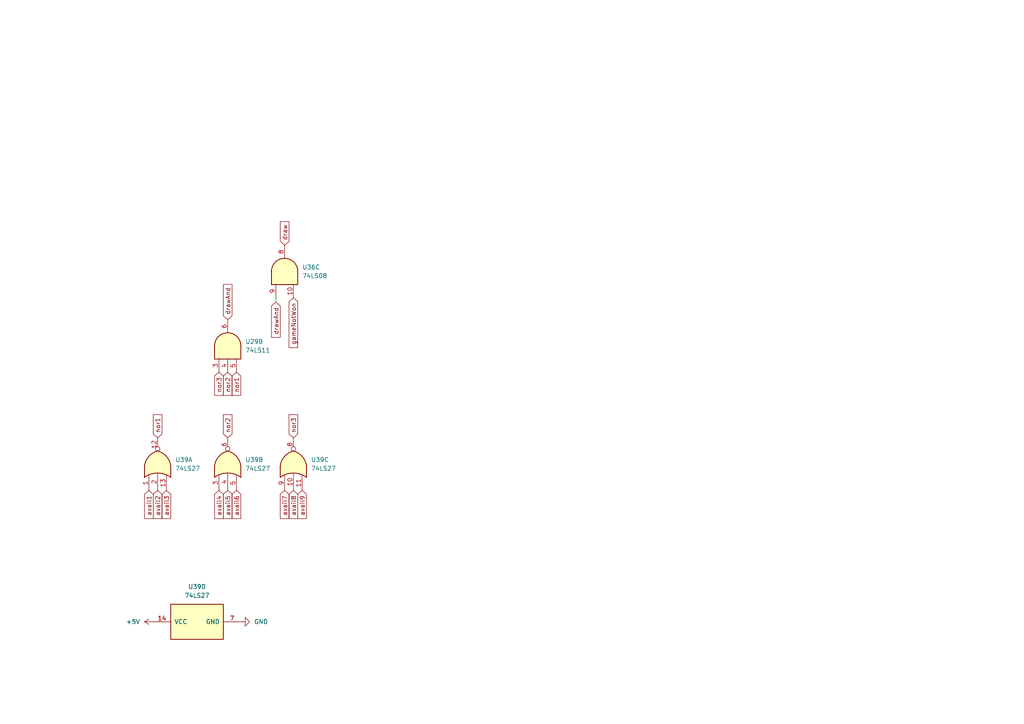
<source format=kicad_sch>
(kicad_sch
	(version 20250114)
	(generator "eeschema")
	(generator_version "9.0")
	(uuid "b580bab6-9cdb-462a-8f83-057530a239a7")
	(paper "A4")
	(lib_symbols
		(symbol "74xx:74LS08"
			(pin_names
				(offset 1.016)
			)
			(exclude_from_sim no)
			(in_bom yes)
			(on_board yes)
			(property "Reference" "U"
				(at 0 1.27 0)
				(effects
					(font
						(size 1.27 1.27)
					)
				)
			)
			(property "Value" "74LS08"
				(at 0 -1.27 0)
				(effects
					(font
						(size 1.27 1.27)
					)
				)
			)
			(property "Footprint" ""
				(at 0 0 0)
				(effects
					(font
						(size 1.27 1.27)
					)
					(hide yes)
				)
			)
			(property "Datasheet" "http://www.ti.com/lit/gpn/sn74LS08"
				(at 0 0 0)
				(effects
					(font
						(size 1.27 1.27)
					)
					(hide yes)
				)
			)
			(property "Description" "Quad And2"
				(at 0 0 0)
				(effects
					(font
						(size 1.27 1.27)
					)
					(hide yes)
				)
			)
			(property "ki_locked" ""
				(at 0 0 0)
				(effects
					(font
						(size 1.27 1.27)
					)
				)
			)
			(property "ki_keywords" "TTL and2"
				(at 0 0 0)
				(effects
					(font
						(size 1.27 1.27)
					)
					(hide yes)
				)
			)
			(property "ki_fp_filters" "DIP*W7.62mm*"
				(at 0 0 0)
				(effects
					(font
						(size 1.27 1.27)
					)
					(hide yes)
				)
			)
			(symbol "74LS08_1_1"
				(arc
					(start 0 3.81)
					(mid 3.7934 0)
					(end 0 -3.81)
					(stroke
						(width 0.254)
						(type default)
					)
					(fill
						(type background)
					)
				)
				(polyline
					(pts
						(xy 0 3.81) (xy -3.81 3.81) (xy -3.81 -3.81) (xy 0 -3.81)
					)
					(stroke
						(width 0.254)
						(type default)
					)
					(fill
						(type background)
					)
				)
				(pin input line
					(at -7.62 2.54 0)
					(length 3.81)
					(name "~"
						(effects
							(font
								(size 1.27 1.27)
							)
						)
					)
					(number "1"
						(effects
							(font
								(size 1.27 1.27)
							)
						)
					)
				)
				(pin input line
					(at -7.62 -2.54 0)
					(length 3.81)
					(name "~"
						(effects
							(font
								(size 1.27 1.27)
							)
						)
					)
					(number "2"
						(effects
							(font
								(size 1.27 1.27)
							)
						)
					)
				)
				(pin output line
					(at 7.62 0 180)
					(length 3.81)
					(name "~"
						(effects
							(font
								(size 1.27 1.27)
							)
						)
					)
					(number "3"
						(effects
							(font
								(size 1.27 1.27)
							)
						)
					)
				)
			)
			(symbol "74LS08_1_2"
				(arc
					(start -3.81 3.81)
					(mid -2.589 0)
					(end -3.81 -3.81)
					(stroke
						(width 0.254)
						(type default)
					)
					(fill
						(type none)
					)
				)
				(polyline
					(pts
						(xy -3.81 3.81) (xy -0.635 3.81)
					)
					(stroke
						(width 0.254)
						(type default)
					)
					(fill
						(type background)
					)
				)
				(polyline
					(pts
						(xy -3.81 -3.81) (xy -0.635 -3.81)
					)
					(stroke
						(width 0.254)
						(type default)
					)
					(fill
						(type background)
					)
				)
				(arc
					(start 3.81 0)
					(mid 2.1855 -2.584)
					(end -0.6096 -3.81)
					(stroke
						(width 0.254)
						(type default)
					)
					(fill
						(type background)
					)
				)
				(arc
					(start -0.6096 3.81)
					(mid 2.1928 2.5924)
					(end 3.81 0)
					(stroke
						(width 0.254)
						(type default)
					)
					(fill
						(type background)
					)
				)
				(polyline
					(pts
						(xy -0.635 3.81) (xy -3.81 3.81) (xy -3.81 3.81) (xy -3.556 3.4036) (xy -3.0226 2.2606) (xy -2.6924 1.0414)
						(xy -2.6162 -0.254) (xy -2.7686 -1.4986) (xy -3.175 -2.7178) (xy -3.81 -3.81) (xy -3.81 -3.81)
						(xy -0.635 -3.81)
					)
					(stroke
						(width -25.4)
						(type default)
					)
					(fill
						(type background)
					)
				)
				(pin input inverted
					(at -7.62 2.54 0)
					(length 4.318)
					(name "~"
						(effects
							(font
								(size 1.27 1.27)
							)
						)
					)
					(number "1"
						(effects
							(font
								(size 1.27 1.27)
							)
						)
					)
				)
				(pin input inverted
					(at -7.62 -2.54 0)
					(length 4.318)
					(name "~"
						(effects
							(font
								(size 1.27 1.27)
							)
						)
					)
					(number "2"
						(effects
							(font
								(size 1.27 1.27)
							)
						)
					)
				)
				(pin output inverted
					(at 7.62 0 180)
					(length 3.81)
					(name "~"
						(effects
							(font
								(size 1.27 1.27)
							)
						)
					)
					(number "3"
						(effects
							(font
								(size 1.27 1.27)
							)
						)
					)
				)
			)
			(symbol "74LS08_2_1"
				(arc
					(start 0 3.81)
					(mid 3.7934 0)
					(end 0 -3.81)
					(stroke
						(width 0.254)
						(type default)
					)
					(fill
						(type background)
					)
				)
				(polyline
					(pts
						(xy 0 3.81) (xy -3.81 3.81) (xy -3.81 -3.81) (xy 0 -3.81)
					)
					(stroke
						(width 0.254)
						(type default)
					)
					(fill
						(type background)
					)
				)
				(pin input line
					(at -7.62 2.54 0)
					(length 3.81)
					(name "~"
						(effects
							(font
								(size 1.27 1.27)
							)
						)
					)
					(number "4"
						(effects
							(font
								(size 1.27 1.27)
							)
						)
					)
				)
				(pin input line
					(at -7.62 -2.54 0)
					(length 3.81)
					(name "~"
						(effects
							(font
								(size 1.27 1.27)
							)
						)
					)
					(number "5"
						(effects
							(font
								(size 1.27 1.27)
							)
						)
					)
				)
				(pin output line
					(at 7.62 0 180)
					(length 3.81)
					(name "~"
						(effects
							(font
								(size 1.27 1.27)
							)
						)
					)
					(number "6"
						(effects
							(font
								(size 1.27 1.27)
							)
						)
					)
				)
			)
			(symbol "74LS08_2_2"
				(arc
					(start -3.81 3.81)
					(mid -2.589 0)
					(end -3.81 -3.81)
					(stroke
						(width 0.254)
						(type default)
					)
					(fill
						(type none)
					)
				)
				(polyline
					(pts
						(xy -3.81 3.81) (xy -0.635 3.81)
					)
					(stroke
						(width 0.254)
						(type default)
					)
					(fill
						(type background)
					)
				)
				(polyline
					(pts
						(xy -3.81 -3.81) (xy -0.635 -3.81)
					)
					(stroke
						(width 0.254)
						(type default)
					)
					(fill
						(type background)
					)
				)
				(arc
					(start 3.81 0)
					(mid 2.1855 -2.584)
					(end -0.6096 -3.81)
					(stroke
						(width 0.254)
						(type default)
					)
					(fill
						(type background)
					)
				)
				(arc
					(start -0.6096 3.81)
					(mid 2.1928 2.5924)
					(end 3.81 0)
					(stroke
						(width 0.254)
						(type default)
					)
					(fill
						(type background)
					)
				)
				(polyline
					(pts
						(xy -0.635 3.81) (xy -3.81 3.81) (xy -3.81 3.81) (xy -3.556 3.4036) (xy -3.0226 2.2606) (xy -2.6924 1.0414)
						(xy -2.6162 -0.254) (xy -2.7686 -1.4986) (xy -3.175 -2.7178) (xy -3.81 -3.81) (xy -3.81 -3.81)
						(xy -0.635 -3.81)
					)
					(stroke
						(width -25.4)
						(type default)
					)
					(fill
						(type background)
					)
				)
				(pin input inverted
					(at -7.62 2.54 0)
					(length 4.318)
					(name "~"
						(effects
							(font
								(size 1.27 1.27)
							)
						)
					)
					(number "4"
						(effects
							(font
								(size 1.27 1.27)
							)
						)
					)
				)
				(pin input inverted
					(at -7.62 -2.54 0)
					(length 4.318)
					(name "~"
						(effects
							(font
								(size 1.27 1.27)
							)
						)
					)
					(number "5"
						(effects
							(font
								(size 1.27 1.27)
							)
						)
					)
				)
				(pin output inverted
					(at 7.62 0 180)
					(length 3.81)
					(name "~"
						(effects
							(font
								(size 1.27 1.27)
							)
						)
					)
					(number "6"
						(effects
							(font
								(size 1.27 1.27)
							)
						)
					)
				)
			)
			(symbol "74LS08_3_1"
				(arc
					(start 0 3.81)
					(mid 3.7934 0)
					(end 0 -3.81)
					(stroke
						(width 0.254)
						(type default)
					)
					(fill
						(type background)
					)
				)
				(polyline
					(pts
						(xy 0 3.81) (xy -3.81 3.81) (xy -3.81 -3.81) (xy 0 -3.81)
					)
					(stroke
						(width 0.254)
						(type default)
					)
					(fill
						(type background)
					)
				)
				(pin input line
					(at -7.62 2.54 0)
					(length 3.81)
					(name "~"
						(effects
							(font
								(size 1.27 1.27)
							)
						)
					)
					(number "9"
						(effects
							(font
								(size 1.27 1.27)
							)
						)
					)
				)
				(pin input line
					(at -7.62 -2.54 0)
					(length 3.81)
					(name "~"
						(effects
							(font
								(size 1.27 1.27)
							)
						)
					)
					(number "10"
						(effects
							(font
								(size 1.27 1.27)
							)
						)
					)
				)
				(pin output line
					(at 7.62 0 180)
					(length 3.81)
					(name "~"
						(effects
							(font
								(size 1.27 1.27)
							)
						)
					)
					(number "8"
						(effects
							(font
								(size 1.27 1.27)
							)
						)
					)
				)
			)
			(symbol "74LS08_3_2"
				(arc
					(start -3.81 3.81)
					(mid -2.589 0)
					(end -3.81 -3.81)
					(stroke
						(width 0.254)
						(type default)
					)
					(fill
						(type none)
					)
				)
				(polyline
					(pts
						(xy -3.81 3.81) (xy -0.635 3.81)
					)
					(stroke
						(width 0.254)
						(type default)
					)
					(fill
						(type background)
					)
				)
				(polyline
					(pts
						(xy -3.81 -3.81) (xy -0.635 -3.81)
					)
					(stroke
						(width 0.254)
						(type default)
					)
					(fill
						(type background)
					)
				)
				(arc
					(start 3.81 0)
					(mid 2.1855 -2.584)
					(end -0.6096 -3.81)
					(stroke
						(width 0.254)
						(type default)
					)
					(fill
						(type background)
					)
				)
				(arc
					(start -0.6096 3.81)
					(mid 2.1928 2.5924)
					(end 3.81 0)
					(stroke
						(width 0.254)
						(type default)
					)
					(fill
						(type background)
					)
				)
				(polyline
					(pts
						(xy -0.635 3.81) (xy -3.81 3.81) (xy -3.81 3.81) (xy -3.556 3.4036) (xy -3.0226 2.2606) (xy -2.6924 1.0414)
						(xy -2.6162 -0.254) (xy -2.7686 -1.4986) (xy -3.175 -2.7178) (xy -3.81 -3.81) (xy -3.81 -3.81)
						(xy -0.635 -3.81)
					)
					(stroke
						(width -25.4)
						(type default)
					)
					(fill
						(type background)
					)
				)
				(pin input inverted
					(at -7.62 2.54 0)
					(length 4.318)
					(name "~"
						(effects
							(font
								(size 1.27 1.27)
							)
						)
					)
					(number "9"
						(effects
							(font
								(size 1.27 1.27)
							)
						)
					)
				)
				(pin input inverted
					(at -7.62 -2.54 0)
					(length 4.318)
					(name "~"
						(effects
							(font
								(size 1.27 1.27)
							)
						)
					)
					(number "10"
						(effects
							(font
								(size 1.27 1.27)
							)
						)
					)
				)
				(pin output inverted
					(at 7.62 0 180)
					(length 3.81)
					(name "~"
						(effects
							(font
								(size 1.27 1.27)
							)
						)
					)
					(number "8"
						(effects
							(font
								(size 1.27 1.27)
							)
						)
					)
				)
			)
			(symbol "74LS08_4_1"
				(arc
					(start 0 3.81)
					(mid 3.7934 0)
					(end 0 -3.81)
					(stroke
						(width 0.254)
						(type default)
					)
					(fill
						(type background)
					)
				)
				(polyline
					(pts
						(xy 0 3.81) (xy -3.81 3.81) (xy -3.81 -3.81) (xy 0 -3.81)
					)
					(stroke
						(width 0.254)
						(type default)
					)
					(fill
						(type background)
					)
				)
				(pin input line
					(at -7.62 2.54 0)
					(length 3.81)
					(name "~"
						(effects
							(font
								(size 1.27 1.27)
							)
						)
					)
					(number "12"
						(effects
							(font
								(size 1.27 1.27)
							)
						)
					)
				)
				(pin input line
					(at -7.62 -2.54 0)
					(length 3.81)
					(name "~"
						(effects
							(font
								(size 1.27 1.27)
							)
						)
					)
					(number "13"
						(effects
							(font
								(size 1.27 1.27)
							)
						)
					)
				)
				(pin output line
					(at 7.62 0 180)
					(length 3.81)
					(name "~"
						(effects
							(font
								(size 1.27 1.27)
							)
						)
					)
					(number "11"
						(effects
							(font
								(size 1.27 1.27)
							)
						)
					)
				)
			)
			(symbol "74LS08_4_2"
				(arc
					(start -3.81 3.81)
					(mid -2.589 0)
					(end -3.81 -3.81)
					(stroke
						(width 0.254)
						(type default)
					)
					(fill
						(type none)
					)
				)
				(polyline
					(pts
						(xy -3.81 3.81) (xy -0.635 3.81)
					)
					(stroke
						(width 0.254)
						(type default)
					)
					(fill
						(type background)
					)
				)
				(polyline
					(pts
						(xy -3.81 -3.81) (xy -0.635 -3.81)
					)
					(stroke
						(width 0.254)
						(type default)
					)
					(fill
						(type background)
					)
				)
				(arc
					(start 3.81 0)
					(mid 2.1855 -2.584)
					(end -0.6096 -3.81)
					(stroke
						(width 0.254)
						(type default)
					)
					(fill
						(type background)
					)
				)
				(arc
					(start -0.6096 3.81)
					(mid 2.1928 2.5924)
					(end 3.81 0)
					(stroke
						(width 0.254)
						(type default)
					)
					(fill
						(type background)
					)
				)
				(polyline
					(pts
						(xy -0.635 3.81) (xy -3.81 3.81) (xy -3.81 3.81) (xy -3.556 3.4036) (xy -3.0226 2.2606) (xy -2.6924 1.0414)
						(xy -2.6162 -0.254) (xy -2.7686 -1.4986) (xy -3.175 -2.7178) (xy -3.81 -3.81) (xy -3.81 -3.81)
						(xy -0.635 -3.81)
					)
					(stroke
						(width -25.4)
						(type default)
					)
					(fill
						(type background)
					)
				)
				(pin input inverted
					(at -7.62 2.54 0)
					(length 4.318)
					(name "~"
						(effects
							(font
								(size 1.27 1.27)
							)
						)
					)
					(number "12"
						(effects
							(font
								(size 1.27 1.27)
							)
						)
					)
				)
				(pin input inverted
					(at -7.62 -2.54 0)
					(length 4.318)
					(name "~"
						(effects
							(font
								(size 1.27 1.27)
							)
						)
					)
					(number "13"
						(effects
							(font
								(size 1.27 1.27)
							)
						)
					)
				)
				(pin output inverted
					(at 7.62 0 180)
					(length 3.81)
					(name "~"
						(effects
							(font
								(size 1.27 1.27)
							)
						)
					)
					(number "11"
						(effects
							(font
								(size 1.27 1.27)
							)
						)
					)
				)
			)
			(symbol "74LS08_5_0"
				(pin power_in line
					(at 0 12.7 270)
					(length 5.08)
					(name "VCC"
						(effects
							(font
								(size 1.27 1.27)
							)
						)
					)
					(number "14"
						(effects
							(font
								(size 1.27 1.27)
							)
						)
					)
				)
				(pin power_in line
					(at 0 -12.7 90)
					(length 5.08)
					(name "GND"
						(effects
							(font
								(size 1.27 1.27)
							)
						)
					)
					(number "7"
						(effects
							(font
								(size 1.27 1.27)
							)
						)
					)
				)
			)
			(symbol "74LS08_5_1"
				(rectangle
					(start -5.08 7.62)
					(end 5.08 -7.62)
					(stroke
						(width 0.254)
						(type default)
					)
					(fill
						(type background)
					)
				)
			)
			(embedded_fonts no)
		)
		(symbol "74xx:74LS11"
			(pin_names
				(offset 1.016)
			)
			(exclude_from_sim no)
			(in_bom yes)
			(on_board yes)
			(property "Reference" "U"
				(at 0 1.27 0)
				(effects
					(font
						(size 1.27 1.27)
					)
				)
			)
			(property "Value" "74LS11"
				(at 0 -1.27 0)
				(effects
					(font
						(size 1.27 1.27)
					)
				)
			)
			(property "Footprint" ""
				(at 0 0 0)
				(effects
					(font
						(size 1.27 1.27)
					)
					(hide yes)
				)
			)
			(property "Datasheet" "http://www.ti.com/lit/gpn/sn74LS11"
				(at 0 0 0)
				(effects
					(font
						(size 1.27 1.27)
					)
					(hide yes)
				)
			)
			(property "Description" "Triple 3-input AND"
				(at 0 0 0)
				(effects
					(font
						(size 1.27 1.27)
					)
					(hide yes)
				)
			)
			(property "ki_locked" ""
				(at 0 0 0)
				(effects
					(font
						(size 1.27 1.27)
					)
				)
			)
			(property "ki_keywords" "TTL And3"
				(at 0 0 0)
				(effects
					(font
						(size 1.27 1.27)
					)
					(hide yes)
				)
			)
			(property "ki_fp_filters" "DIP*W7.62mm*"
				(at 0 0 0)
				(effects
					(font
						(size 1.27 1.27)
					)
					(hide yes)
				)
			)
			(symbol "74LS11_1_1"
				(arc
					(start 0 3.81)
					(mid 3.7934 0)
					(end 0 -3.81)
					(stroke
						(width 0.254)
						(type default)
					)
					(fill
						(type background)
					)
				)
				(polyline
					(pts
						(xy 0 3.81) (xy -3.81 3.81) (xy -3.81 -3.81) (xy 0 -3.81)
					)
					(stroke
						(width 0.254)
						(type default)
					)
					(fill
						(type background)
					)
				)
				(pin input line
					(at -7.62 2.54 0)
					(length 3.81)
					(name "~"
						(effects
							(font
								(size 1.27 1.27)
							)
						)
					)
					(number "1"
						(effects
							(font
								(size 1.27 1.27)
							)
						)
					)
				)
				(pin input line
					(at -7.62 0 0)
					(length 3.81)
					(name "~"
						(effects
							(font
								(size 1.27 1.27)
							)
						)
					)
					(number "2"
						(effects
							(font
								(size 1.27 1.27)
							)
						)
					)
				)
				(pin input line
					(at -7.62 -2.54 0)
					(length 3.81)
					(name "~"
						(effects
							(font
								(size 1.27 1.27)
							)
						)
					)
					(number "13"
						(effects
							(font
								(size 1.27 1.27)
							)
						)
					)
				)
				(pin output line
					(at 7.62 0 180)
					(length 3.81)
					(name "~"
						(effects
							(font
								(size 1.27 1.27)
							)
						)
					)
					(number "12"
						(effects
							(font
								(size 1.27 1.27)
							)
						)
					)
				)
			)
			(symbol "74LS11_1_2"
				(arc
					(start -3.81 3.81)
					(mid -2.589 0)
					(end -3.81 -3.81)
					(stroke
						(width 0.254)
						(type default)
					)
					(fill
						(type none)
					)
				)
				(polyline
					(pts
						(xy -3.81 3.81) (xy -0.635 3.81)
					)
					(stroke
						(width 0.254)
						(type default)
					)
					(fill
						(type background)
					)
				)
				(polyline
					(pts
						(xy -3.81 -3.81) (xy -0.635 -3.81)
					)
					(stroke
						(width 0.254)
						(type default)
					)
					(fill
						(type background)
					)
				)
				(arc
					(start 3.81 0)
					(mid 2.1855 -2.584)
					(end -0.6096 -3.81)
					(stroke
						(width 0.254)
						(type default)
					)
					(fill
						(type background)
					)
				)
				(arc
					(start -0.6096 3.81)
					(mid 2.1928 2.5924)
					(end 3.81 0)
					(stroke
						(width 0.254)
						(type default)
					)
					(fill
						(type background)
					)
				)
				(polyline
					(pts
						(xy -0.635 3.81) (xy -3.81 3.81) (xy -3.81 3.81) (xy -3.556 3.4036) (xy -3.0226 2.2606) (xy -2.6924 1.0414)
						(xy -2.6162 -0.254) (xy -2.7686 -1.4986) (xy -3.175 -2.7178) (xy -3.81 -3.81) (xy -3.81 -3.81)
						(xy -0.635 -3.81)
					)
					(stroke
						(width -25.4)
						(type default)
					)
					(fill
						(type background)
					)
				)
				(pin input inverted
					(at -7.62 2.54 0)
					(length 4.318)
					(name "~"
						(effects
							(font
								(size 1.27 1.27)
							)
						)
					)
					(number "1"
						(effects
							(font
								(size 1.27 1.27)
							)
						)
					)
				)
				(pin input inverted
					(at -7.62 0 0)
					(length 4.953)
					(name "~"
						(effects
							(font
								(size 1.27 1.27)
							)
						)
					)
					(number "2"
						(effects
							(font
								(size 1.27 1.27)
							)
						)
					)
				)
				(pin input inverted
					(at -7.62 -2.54 0)
					(length 4.318)
					(name "~"
						(effects
							(font
								(size 1.27 1.27)
							)
						)
					)
					(number "13"
						(effects
							(font
								(size 1.27 1.27)
							)
						)
					)
				)
				(pin output inverted
					(at 7.62 0 180)
					(length 3.81)
					(name "~"
						(effects
							(font
								(size 1.27 1.27)
							)
						)
					)
					(number "12"
						(effects
							(font
								(size 1.27 1.27)
							)
						)
					)
				)
			)
			(symbol "74LS11_2_1"
				(arc
					(start 0 3.81)
					(mid 3.7934 0)
					(end 0 -3.81)
					(stroke
						(width 0.254)
						(type default)
					)
					(fill
						(type background)
					)
				)
				(polyline
					(pts
						(xy 0 3.81) (xy -3.81 3.81) (xy -3.81 -3.81) (xy 0 -3.81)
					)
					(stroke
						(width 0.254)
						(type default)
					)
					(fill
						(type background)
					)
				)
				(pin input line
					(at -7.62 2.54 0)
					(length 3.81)
					(name "~"
						(effects
							(font
								(size 1.27 1.27)
							)
						)
					)
					(number "3"
						(effects
							(font
								(size 1.27 1.27)
							)
						)
					)
				)
				(pin input line
					(at -7.62 0 0)
					(length 3.81)
					(name "~"
						(effects
							(font
								(size 1.27 1.27)
							)
						)
					)
					(number "4"
						(effects
							(font
								(size 1.27 1.27)
							)
						)
					)
				)
				(pin input line
					(at -7.62 -2.54 0)
					(length 3.81)
					(name "~"
						(effects
							(font
								(size 1.27 1.27)
							)
						)
					)
					(number "5"
						(effects
							(font
								(size 1.27 1.27)
							)
						)
					)
				)
				(pin output line
					(at 7.62 0 180)
					(length 3.81)
					(name "~"
						(effects
							(font
								(size 1.27 1.27)
							)
						)
					)
					(number "6"
						(effects
							(font
								(size 1.27 1.27)
							)
						)
					)
				)
			)
			(symbol "74LS11_2_2"
				(arc
					(start -3.81 3.81)
					(mid -2.589 0)
					(end -3.81 -3.81)
					(stroke
						(width 0.254)
						(type default)
					)
					(fill
						(type none)
					)
				)
				(polyline
					(pts
						(xy -3.81 3.81) (xy -0.635 3.81)
					)
					(stroke
						(width 0.254)
						(type default)
					)
					(fill
						(type background)
					)
				)
				(polyline
					(pts
						(xy -3.81 -3.81) (xy -0.635 -3.81)
					)
					(stroke
						(width 0.254)
						(type default)
					)
					(fill
						(type background)
					)
				)
				(arc
					(start 3.81 0)
					(mid 2.1855 -2.584)
					(end -0.6096 -3.81)
					(stroke
						(width 0.254)
						(type default)
					)
					(fill
						(type background)
					)
				)
				(arc
					(start -0.6096 3.81)
					(mid 2.1928 2.5924)
					(end 3.81 0)
					(stroke
						(width 0.254)
						(type default)
					)
					(fill
						(type background)
					)
				)
				(polyline
					(pts
						(xy -0.635 3.81) (xy -3.81 3.81) (xy -3.81 3.81) (xy -3.556 3.4036) (xy -3.0226 2.2606) (xy -2.6924 1.0414)
						(xy -2.6162 -0.254) (xy -2.7686 -1.4986) (xy -3.175 -2.7178) (xy -3.81 -3.81) (xy -3.81 -3.81)
						(xy -0.635 -3.81)
					)
					(stroke
						(width -25.4)
						(type default)
					)
					(fill
						(type background)
					)
				)
				(pin input inverted
					(at -7.62 2.54 0)
					(length 4.318)
					(name "~"
						(effects
							(font
								(size 1.27 1.27)
							)
						)
					)
					(number "3"
						(effects
							(font
								(size 1.27 1.27)
							)
						)
					)
				)
				(pin input inverted
					(at -7.62 0 0)
					(length 4.953)
					(name "~"
						(effects
							(font
								(size 1.27 1.27)
							)
						)
					)
					(number "4"
						(effects
							(font
								(size 1.27 1.27)
							)
						)
					)
				)
				(pin input inverted
					(at -7.62 -2.54 0)
					(length 4.318)
					(name "~"
						(effects
							(font
								(size 1.27 1.27)
							)
						)
					)
					(number "5"
						(effects
							(font
								(size 1.27 1.27)
							)
						)
					)
				)
				(pin output inverted
					(at 7.62 0 180)
					(length 3.81)
					(name "~"
						(effects
							(font
								(size 1.27 1.27)
							)
						)
					)
					(number "6"
						(effects
							(font
								(size 1.27 1.27)
							)
						)
					)
				)
			)
			(symbol "74LS11_3_1"
				(arc
					(start 0 3.81)
					(mid 3.7934 0)
					(end 0 -3.81)
					(stroke
						(width 0.254)
						(type default)
					)
					(fill
						(type background)
					)
				)
				(polyline
					(pts
						(xy 0 3.81) (xy -3.81 3.81) (xy -3.81 -3.81) (xy 0 -3.81)
					)
					(stroke
						(width 0.254)
						(type default)
					)
					(fill
						(type background)
					)
				)
				(pin input line
					(at -7.62 2.54 0)
					(length 3.81)
					(name "~"
						(effects
							(font
								(size 1.27 1.27)
							)
						)
					)
					(number "9"
						(effects
							(font
								(size 1.27 1.27)
							)
						)
					)
				)
				(pin input line
					(at -7.62 0 0)
					(length 3.81)
					(name "~"
						(effects
							(font
								(size 1.27 1.27)
							)
						)
					)
					(number "10"
						(effects
							(font
								(size 1.27 1.27)
							)
						)
					)
				)
				(pin input line
					(at -7.62 -2.54 0)
					(length 3.81)
					(name "~"
						(effects
							(font
								(size 1.27 1.27)
							)
						)
					)
					(number "11"
						(effects
							(font
								(size 1.27 1.27)
							)
						)
					)
				)
				(pin output line
					(at 7.62 0 180)
					(length 3.81)
					(name "~"
						(effects
							(font
								(size 1.27 1.27)
							)
						)
					)
					(number "8"
						(effects
							(font
								(size 1.27 1.27)
							)
						)
					)
				)
			)
			(symbol "74LS11_3_2"
				(arc
					(start -3.81 3.81)
					(mid -2.589 0)
					(end -3.81 -3.81)
					(stroke
						(width 0.254)
						(type default)
					)
					(fill
						(type none)
					)
				)
				(polyline
					(pts
						(xy -3.81 3.81) (xy -0.635 3.81)
					)
					(stroke
						(width 0.254)
						(type default)
					)
					(fill
						(type background)
					)
				)
				(polyline
					(pts
						(xy -3.81 -3.81) (xy -0.635 -3.81)
					)
					(stroke
						(width 0.254)
						(type default)
					)
					(fill
						(type background)
					)
				)
				(arc
					(start 3.81 0)
					(mid 2.1855 -2.584)
					(end -0.6096 -3.81)
					(stroke
						(width 0.254)
						(type default)
					)
					(fill
						(type background)
					)
				)
				(arc
					(start -0.6096 3.81)
					(mid 2.1928 2.5924)
					(end 3.81 0)
					(stroke
						(width 0.254)
						(type default)
					)
					(fill
						(type background)
					)
				)
				(polyline
					(pts
						(xy -0.635 3.81) (xy -3.81 3.81) (xy -3.81 3.81) (xy -3.556 3.4036) (xy -3.0226 2.2606) (xy -2.6924 1.0414)
						(xy -2.6162 -0.254) (xy -2.7686 -1.4986) (xy -3.175 -2.7178) (xy -3.81 -3.81) (xy -3.81 -3.81)
						(xy -0.635 -3.81)
					)
					(stroke
						(width -25.4)
						(type default)
					)
					(fill
						(type background)
					)
				)
				(pin input inverted
					(at -7.62 2.54 0)
					(length 4.318)
					(name "~"
						(effects
							(font
								(size 1.27 1.27)
							)
						)
					)
					(number "9"
						(effects
							(font
								(size 1.27 1.27)
							)
						)
					)
				)
				(pin input inverted
					(at -7.62 0 0)
					(length 4.953)
					(name "~"
						(effects
							(font
								(size 1.27 1.27)
							)
						)
					)
					(number "10"
						(effects
							(font
								(size 1.27 1.27)
							)
						)
					)
				)
				(pin input inverted
					(at -7.62 -2.54 0)
					(length 4.318)
					(name "~"
						(effects
							(font
								(size 1.27 1.27)
							)
						)
					)
					(number "11"
						(effects
							(font
								(size 1.27 1.27)
							)
						)
					)
				)
				(pin output inverted
					(at 7.62 0 180)
					(length 3.81)
					(name "~"
						(effects
							(font
								(size 1.27 1.27)
							)
						)
					)
					(number "8"
						(effects
							(font
								(size 1.27 1.27)
							)
						)
					)
				)
			)
			(symbol "74LS11_4_0"
				(pin power_in line
					(at 0 12.7 270)
					(length 5.08)
					(name "VCC"
						(effects
							(font
								(size 1.27 1.27)
							)
						)
					)
					(number "14"
						(effects
							(font
								(size 1.27 1.27)
							)
						)
					)
				)
				(pin power_in line
					(at 0 -12.7 90)
					(length 5.08)
					(name "GND"
						(effects
							(font
								(size 1.27 1.27)
							)
						)
					)
					(number "7"
						(effects
							(font
								(size 1.27 1.27)
							)
						)
					)
				)
			)
			(symbol "74LS11_4_1"
				(rectangle
					(start -5.08 7.62)
					(end 5.08 -7.62)
					(stroke
						(width 0.254)
						(type default)
					)
					(fill
						(type background)
					)
				)
			)
			(embedded_fonts no)
		)
		(symbol "74xx:74LS27"
			(pin_names
				(offset 1.016)
			)
			(exclude_from_sim no)
			(in_bom yes)
			(on_board yes)
			(property "Reference" "U"
				(at 0 1.27 0)
				(effects
					(font
						(size 1.27 1.27)
					)
				)
			)
			(property "Value" "74LS27"
				(at 0 -1.27 0)
				(effects
					(font
						(size 1.27 1.27)
					)
				)
			)
			(property "Footprint" ""
				(at 0 0 0)
				(effects
					(font
						(size 1.27 1.27)
					)
					(hide yes)
				)
			)
			(property "Datasheet" "http://www.ti.com/lit/gpn/sn74LS27"
				(at 0 0 0)
				(effects
					(font
						(size 1.27 1.27)
					)
					(hide yes)
				)
			)
			(property "Description" "Triple 3-input NOR"
				(at 0 0 0)
				(effects
					(font
						(size 1.27 1.27)
					)
					(hide yes)
				)
			)
			(property "ki_locked" ""
				(at 0 0 0)
				(effects
					(font
						(size 1.27 1.27)
					)
				)
			)
			(property "ki_keywords" "TTL Nor3"
				(at 0 0 0)
				(effects
					(font
						(size 1.27 1.27)
					)
					(hide yes)
				)
			)
			(property "ki_fp_filters" "DIP*W7.62mm*"
				(at 0 0 0)
				(effects
					(font
						(size 1.27 1.27)
					)
					(hide yes)
				)
			)
			(symbol "74LS27_1_1"
				(arc
					(start -3.81 3.81)
					(mid -2.589 0)
					(end -3.81 -3.81)
					(stroke
						(width 0.254)
						(type default)
					)
					(fill
						(type none)
					)
				)
				(polyline
					(pts
						(xy -3.81 3.81) (xy -0.635 3.81)
					)
					(stroke
						(width 0.254)
						(type default)
					)
					(fill
						(type background)
					)
				)
				(polyline
					(pts
						(xy -3.81 -3.81) (xy -0.635 -3.81)
					)
					(stroke
						(width 0.254)
						(type default)
					)
					(fill
						(type background)
					)
				)
				(arc
					(start 3.81 0)
					(mid 2.1855 -2.584)
					(end -0.6096 -3.81)
					(stroke
						(width 0.254)
						(type default)
					)
					(fill
						(type background)
					)
				)
				(arc
					(start -0.6096 3.81)
					(mid 2.1928 2.5924)
					(end 3.81 0)
					(stroke
						(width 0.254)
						(type default)
					)
					(fill
						(type background)
					)
				)
				(polyline
					(pts
						(xy -0.635 3.81) (xy -3.81 3.81) (xy -3.81 3.81) (xy -3.556 3.4036) (xy -3.0226 2.2606) (xy -2.6924 1.0414)
						(xy -2.6162 -0.254) (xy -2.7686 -1.4986) (xy -3.175 -2.7178) (xy -3.81 -3.81) (xy -3.81 -3.81)
						(xy -0.635 -3.81)
					)
					(stroke
						(width -25.4)
						(type default)
					)
					(fill
						(type background)
					)
				)
				(pin input line
					(at -7.62 2.54 0)
					(length 4.318)
					(name "~"
						(effects
							(font
								(size 1.27 1.27)
							)
						)
					)
					(number "1"
						(effects
							(font
								(size 1.27 1.27)
							)
						)
					)
				)
				(pin input line
					(at -7.62 0 0)
					(length 4.953)
					(name "~"
						(effects
							(font
								(size 1.27 1.27)
							)
						)
					)
					(number "2"
						(effects
							(font
								(size 1.27 1.27)
							)
						)
					)
				)
				(pin input line
					(at -7.62 -2.54 0)
					(length 4.318)
					(name "~"
						(effects
							(font
								(size 1.27 1.27)
							)
						)
					)
					(number "13"
						(effects
							(font
								(size 1.27 1.27)
							)
						)
					)
				)
				(pin output inverted
					(at 7.62 0 180)
					(length 3.81)
					(name "~"
						(effects
							(font
								(size 1.27 1.27)
							)
						)
					)
					(number "12"
						(effects
							(font
								(size 1.27 1.27)
							)
						)
					)
				)
			)
			(symbol "74LS27_1_2"
				(arc
					(start 0 3.81)
					(mid 3.7934 0)
					(end 0 -3.81)
					(stroke
						(width 0.254)
						(type default)
					)
					(fill
						(type background)
					)
				)
				(polyline
					(pts
						(xy 0 3.81) (xy -3.81 3.81) (xy -3.81 -3.81) (xy 0 -3.81)
					)
					(stroke
						(width 0.254)
						(type default)
					)
					(fill
						(type background)
					)
				)
				(pin input inverted
					(at -7.62 2.54 0)
					(length 3.81)
					(name "~"
						(effects
							(font
								(size 1.27 1.27)
							)
						)
					)
					(number "1"
						(effects
							(font
								(size 1.27 1.27)
							)
						)
					)
				)
				(pin input inverted
					(at -7.62 0 0)
					(length 3.81)
					(name "~"
						(effects
							(font
								(size 1.27 1.27)
							)
						)
					)
					(number "2"
						(effects
							(font
								(size 1.27 1.27)
							)
						)
					)
				)
				(pin input inverted
					(at -7.62 -2.54 0)
					(length 3.81)
					(name "~"
						(effects
							(font
								(size 1.27 1.27)
							)
						)
					)
					(number "13"
						(effects
							(font
								(size 1.27 1.27)
							)
						)
					)
				)
				(pin output line
					(at 7.62 0 180)
					(length 3.81)
					(name "~"
						(effects
							(font
								(size 1.27 1.27)
							)
						)
					)
					(number "12"
						(effects
							(font
								(size 1.27 1.27)
							)
						)
					)
				)
			)
			(symbol "74LS27_2_1"
				(arc
					(start -3.81 3.81)
					(mid -2.589 0)
					(end -3.81 -3.81)
					(stroke
						(width 0.254)
						(type default)
					)
					(fill
						(type none)
					)
				)
				(polyline
					(pts
						(xy -3.81 3.81) (xy -0.635 3.81)
					)
					(stroke
						(width 0.254)
						(type default)
					)
					(fill
						(type background)
					)
				)
				(polyline
					(pts
						(xy -3.81 -3.81) (xy -0.635 -3.81)
					)
					(stroke
						(width 0.254)
						(type default)
					)
					(fill
						(type background)
					)
				)
				(arc
					(start 3.81 0)
					(mid 2.1855 -2.584)
					(end -0.6096 -3.81)
					(stroke
						(width 0.254)
						(type default)
					)
					(fill
						(type background)
					)
				)
				(arc
					(start -0.6096 3.81)
					(mid 2.1928 2.5924)
					(end 3.81 0)
					(stroke
						(width 0.254)
						(type default)
					)
					(fill
						(type background)
					)
				)
				(polyline
					(pts
						(xy -0.635 3.81) (xy -3.81 3.81) (xy -3.81 3.81) (xy -3.556 3.4036) (xy -3.0226 2.2606) (xy -2.6924 1.0414)
						(xy -2.6162 -0.254) (xy -2.7686 -1.4986) (xy -3.175 -2.7178) (xy -3.81 -3.81) (xy -3.81 -3.81)
						(xy -0.635 -3.81)
					)
					(stroke
						(width -25.4)
						(type default)
					)
					(fill
						(type background)
					)
				)
				(pin input line
					(at -7.62 2.54 0)
					(length 4.318)
					(name "~"
						(effects
							(font
								(size 1.27 1.27)
							)
						)
					)
					(number "3"
						(effects
							(font
								(size 1.27 1.27)
							)
						)
					)
				)
				(pin input line
					(at -7.62 0 0)
					(length 4.953)
					(name "~"
						(effects
							(font
								(size 1.27 1.27)
							)
						)
					)
					(number "4"
						(effects
							(font
								(size 1.27 1.27)
							)
						)
					)
				)
				(pin input line
					(at -7.62 -2.54 0)
					(length 4.318)
					(name "~"
						(effects
							(font
								(size 1.27 1.27)
							)
						)
					)
					(number "5"
						(effects
							(font
								(size 1.27 1.27)
							)
						)
					)
				)
				(pin output inverted
					(at 7.62 0 180)
					(length 3.81)
					(name "~"
						(effects
							(font
								(size 1.27 1.27)
							)
						)
					)
					(number "6"
						(effects
							(font
								(size 1.27 1.27)
							)
						)
					)
				)
			)
			(symbol "74LS27_2_2"
				(arc
					(start 0 3.81)
					(mid 3.7934 0)
					(end 0 -3.81)
					(stroke
						(width 0.254)
						(type default)
					)
					(fill
						(type background)
					)
				)
				(polyline
					(pts
						(xy 0 3.81) (xy -3.81 3.81) (xy -3.81 -3.81) (xy 0 -3.81)
					)
					(stroke
						(width 0.254)
						(type default)
					)
					(fill
						(type background)
					)
				)
				(pin input inverted
					(at -7.62 2.54 0)
					(length 3.81)
					(name "~"
						(effects
							(font
								(size 1.27 1.27)
							)
						)
					)
					(number "3"
						(effects
							(font
								(size 1.27 1.27)
							)
						)
					)
				)
				(pin input inverted
					(at -7.62 0 0)
					(length 3.81)
					(name "~"
						(effects
							(font
								(size 1.27 1.27)
							)
						)
					)
					(number "4"
						(effects
							(font
								(size 1.27 1.27)
							)
						)
					)
				)
				(pin input inverted
					(at -7.62 -2.54 0)
					(length 3.81)
					(name "~"
						(effects
							(font
								(size 1.27 1.27)
							)
						)
					)
					(number "5"
						(effects
							(font
								(size 1.27 1.27)
							)
						)
					)
				)
				(pin output line
					(at 7.62 0 180)
					(length 3.81)
					(name "~"
						(effects
							(font
								(size 1.27 1.27)
							)
						)
					)
					(number "6"
						(effects
							(font
								(size 1.27 1.27)
							)
						)
					)
				)
			)
			(symbol "74LS27_3_1"
				(arc
					(start -3.81 3.81)
					(mid -2.589 0)
					(end -3.81 -3.81)
					(stroke
						(width 0.254)
						(type default)
					)
					(fill
						(type none)
					)
				)
				(polyline
					(pts
						(xy -3.81 3.81) (xy -0.635 3.81)
					)
					(stroke
						(width 0.254)
						(type default)
					)
					(fill
						(type background)
					)
				)
				(polyline
					(pts
						(xy -3.81 -3.81) (xy -0.635 -3.81)
					)
					(stroke
						(width 0.254)
						(type default)
					)
					(fill
						(type background)
					)
				)
				(arc
					(start 3.81 0)
					(mid 2.1855 -2.584)
					(end -0.6096 -3.81)
					(stroke
						(width 0.254)
						(type default)
					)
					(fill
						(type background)
					)
				)
				(arc
					(start -0.6096 3.81)
					(mid 2.1928 2.5924)
					(end 3.81 0)
					(stroke
						(width 0.254)
						(type default)
					)
					(fill
						(type background)
					)
				)
				(polyline
					(pts
						(xy -0.635 3.81) (xy -3.81 3.81) (xy -3.81 3.81) (xy -3.556 3.4036) (xy -3.0226 2.2606) (xy -2.6924 1.0414)
						(xy -2.6162 -0.254) (xy -2.7686 -1.4986) (xy -3.175 -2.7178) (xy -3.81 -3.81) (xy -3.81 -3.81)
						(xy -0.635 -3.81)
					)
					(stroke
						(width -25.4)
						(type default)
					)
					(fill
						(type background)
					)
				)
				(pin input line
					(at -7.62 2.54 0)
					(length 4.318)
					(name "~"
						(effects
							(font
								(size 1.27 1.27)
							)
						)
					)
					(number "9"
						(effects
							(font
								(size 1.27 1.27)
							)
						)
					)
				)
				(pin input line
					(at -7.62 0 0)
					(length 4.953)
					(name "~"
						(effects
							(font
								(size 1.27 1.27)
							)
						)
					)
					(number "10"
						(effects
							(font
								(size 1.27 1.27)
							)
						)
					)
				)
				(pin input line
					(at -7.62 -2.54 0)
					(length 4.318)
					(name "~"
						(effects
							(font
								(size 1.27 1.27)
							)
						)
					)
					(number "11"
						(effects
							(font
								(size 1.27 1.27)
							)
						)
					)
				)
				(pin output inverted
					(at 7.62 0 180)
					(length 3.81)
					(name "~"
						(effects
							(font
								(size 1.27 1.27)
							)
						)
					)
					(number "8"
						(effects
							(font
								(size 1.27 1.27)
							)
						)
					)
				)
			)
			(symbol "74LS27_3_2"
				(arc
					(start 0 3.81)
					(mid 3.7934 0)
					(end 0 -3.81)
					(stroke
						(width 0.254)
						(type default)
					)
					(fill
						(type background)
					)
				)
				(polyline
					(pts
						(xy 0 3.81) (xy -3.81 3.81) (xy -3.81 -3.81) (xy 0 -3.81)
					)
					(stroke
						(width 0.254)
						(type default)
					)
					(fill
						(type background)
					)
				)
				(pin input inverted
					(at -7.62 2.54 0)
					(length 3.81)
					(name "~"
						(effects
							(font
								(size 1.27 1.27)
							)
						)
					)
					(number "9"
						(effects
							(font
								(size 1.27 1.27)
							)
						)
					)
				)
				(pin input inverted
					(at -7.62 0 0)
					(length 3.81)
					(name "~"
						(effects
							(font
								(size 1.27 1.27)
							)
						)
					)
					(number "10"
						(effects
							(font
								(size 1.27 1.27)
							)
						)
					)
				)
				(pin input inverted
					(at -7.62 -2.54 0)
					(length 3.81)
					(name "~"
						(effects
							(font
								(size 1.27 1.27)
							)
						)
					)
					(number "11"
						(effects
							(font
								(size 1.27 1.27)
							)
						)
					)
				)
				(pin output line
					(at 7.62 0 180)
					(length 3.81)
					(name "~"
						(effects
							(font
								(size 1.27 1.27)
							)
						)
					)
					(number "8"
						(effects
							(font
								(size 1.27 1.27)
							)
						)
					)
				)
			)
			(symbol "74LS27_4_0"
				(pin power_in line
					(at 0 12.7 270)
					(length 5.08)
					(name "VCC"
						(effects
							(font
								(size 1.27 1.27)
							)
						)
					)
					(number "14"
						(effects
							(font
								(size 1.27 1.27)
							)
						)
					)
				)
				(pin power_in line
					(at 0 -12.7 90)
					(length 5.08)
					(name "GND"
						(effects
							(font
								(size 1.27 1.27)
							)
						)
					)
					(number "7"
						(effects
							(font
								(size 1.27 1.27)
							)
						)
					)
				)
			)
			(symbol "74LS27_4_1"
				(rectangle
					(start -5.08 7.62)
					(end 5.08 -7.62)
					(stroke
						(width 0.254)
						(type default)
					)
					(fill
						(type background)
					)
				)
			)
			(embedded_fonts no)
		)
		(symbol "power:+5V"
			(power)
			(pin_numbers
				(hide yes)
			)
			(pin_names
				(offset 0)
				(hide yes)
			)
			(exclude_from_sim no)
			(in_bom yes)
			(on_board yes)
			(property "Reference" "#PWR"
				(at 0 -3.81 0)
				(effects
					(font
						(size 1.27 1.27)
					)
					(hide yes)
				)
			)
			(property "Value" "+5V"
				(at 0 3.556 0)
				(effects
					(font
						(size 1.27 1.27)
					)
				)
			)
			(property "Footprint" ""
				(at 0 0 0)
				(effects
					(font
						(size 1.27 1.27)
					)
					(hide yes)
				)
			)
			(property "Datasheet" ""
				(at 0 0 0)
				(effects
					(font
						(size 1.27 1.27)
					)
					(hide yes)
				)
			)
			(property "Description" "Power symbol creates a global label with name \"+5V\""
				(at 0 0 0)
				(effects
					(font
						(size 1.27 1.27)
					)
					(hide yes)
				)
			)
			(property "ki_keywords" "global power"
				(at 0 0 0)
				(effects
					(font
						(size 1.27 1.27)
					)
					(hide yes)
				)
			)
			(symbol "+5V_0_1"
				(polyline
					(pts
						(xy -0.762 1.27) (xy 0 2.54)
					)
					(stroke
						(width 0)
						(type default)
					)
					(fill
						(type none)
					)
				)
				(polyline
					(pts
						(xy 0 2.54) (xy 0.762 1.27)
					)
					(stroke
						(width 0)
						(type default)
					)
					(fill
						(type none)
					)
				)
				(polyline
					(pts
						(xy 0 0) (xy 0 2.54)
					)
					(stroke
						(width 0)
						(type default)
					)
					(fill
						(type none)
					)
				)
			)
			(symbol "+5V_1_1"
				(pin power_in line
					(at 0 0 90)
					(length 0)
					(name "~"
						(effects
							(font
								(size 1.27 1.27)
							)
						)
					)
					(number "1"
						(effects
							(font
								(size 1.27 1.27)
							)
						)
					)
				)
			)
			(embedded_fonts no)
		)
		(symbol "power:GND"
			(power)
			(pin_numbers
				(hide yes)
			)
			(pin_names
				(offset 0)
				(hide yes)
			)
			(exclude_from_sim no)
			(in_bom yes)
			(on_board yes)
			(property "Reference" "#PWR"
				(at 0 -6.35 0)
				(effects
					(font
						(size 1.27 1.27)
					)
					(hide yes)
				)
			)
			(property "Value" "GND"
				(at 0 -3.81 0)
				(effects
					(font
						(size 1.27 1.27)
					)
				)
			)
			(property "Footprint" ""
				(at 0 0 0)
				(effects
					(font
						(size 1.27 1.27)
					)
					(hide yes)
				)
			)
			(property "Datasheet" ""
				(at 0 0 0)
				(effects
					(font
						(size 1.27 1.27)
					)
					(hide yes)
				)
			)
			(property "Description" "Power symbol creates a global label with name \"GND\" , ground"
				(at 0 0 0)
				(effects
					(font
						(size 1.27 1.27)
					)
					(hide yes)
				)
			)
			(property "ki_keywords" "global power"
				(at 0 0 0)
				(effects
					(font
						(size 1.27 1.27)
					)
					(hide yes)
				)
			)
			(symbol "GND_0_1"
				(polyline
					(pts
						(xy 0 0) (xy 0 -1.27) (xy 1.27 -1.27) (xy 0 -2.54) (xy -1.27 -1.27) (xy 0 -1.27)
					)
					(stroke
						(width 0)
						(type default)
					)
					(fill
						(type none)
					)
				)
			)
			(symbol "GND_1_1"
				(pin power_in line
					(at 0 0 270)
					(length 0)
					(name "~"
						(effects
							(font
								(size 1.27 1.27)
							)
						)
					)
					(number "1"
						(effects
							(font
								(size 1.27 1.27)
							)
						)
					)
				)
			)
			(embedded_fonts no)
		)
	)
	(wire
		(pts
			(xy 80.01 87.63) (xy 80.01 86.36)
		)
		(stroke
			(width 0)
			(type default)
		)
		(uuid "723d12ec-49d2-4cb5-892b-4736e7ad4f8d")
	)
	(global_label "draw"
		(shape input)
		(at 82.55 71.12 90)
		(fields_autoplaced yes)
		(effects
			(font
				(size 1.27 1.27)
			)
			(justify left)
		)
		(uuid "03f40dac-68fe-407e-adfe-ae443c51c025")
		(property "Intersheetrefs" "${INTERSHEET_REFS}"
			(at 82.55 63.7201 90)
			(effects
				(font
					(size 1.27 1.27)
				)
				(justify left)
				(hide yes)
			)
		)
	)
	(global_label "gameNotWon"
		(shape input)
		(at 85.09 86.36 270)
		(fields_autoplaced yes)
		(effects
			(font
				(size 1.27 1.27)
			)
			(justify right)
		)
		(uuid "099511d2-1139-4a74-808a-e85185944460")
		(property "Intersheetrefs" "${INTERSHEET_REFS}"
			(at 85.09 101.3797 90)
			(effects
				(font
					(size 1.27 1.27)
				)
				(justify right)
				(hide yes)
			)
		)
	)
	(global_label "avail9"
		(shape input)
		(at 87.63 142.24 270)
		(fields_autoplaced yes)
		(effects
			(font
				(size 1.27 1.27)
			)
			(justify right)
		)
		(uuid "1596105c-f8e9-42b9-8218-f5502d9b8e36")
		(property "Intersheetrefs" "${INTERSHEET_REFS}"
			(at 87.63 150.9703 90)
			(effects
				(font
					(size 1.27 1.27)
				)
				(justify right)
				(hide yes)
			)
		)
	)
	(global_label "nor3"
		(shape input)
		(at 85.09 127 90)
		(fields_autoplaced yes)
		(effects
			(font
				(size 1.27 1.27)
			)
			(justify left)
		)
		(uuid "2798e8c7-8bb7-429c-875e-078d680cf3f3")
		(property "Intersheetrefs" "${INTERSHEET_REFS}"
			(at 85.09 119.7211 90)
			(effects
				(font
					(size 1.27 1.27)
				)
				(justify left)
				(hide yes)
			)
		)
	)
	(global_label "drawAnd"
		(shape input)
		(at 66.04 92.71 90)
		(fields_autoplaced yes)
		(effects
			(font
				(size 1.27 1.27)
			)
			(justify left)
		)
		(uuid "7cab570e-7365-4907-9067-0babffc6cc8e")
		(property "Intersheetrefs" "${INTERSHEET_REFS}"
			(at 66.04 81.9235 90)
			(effects
				(font
					(size 1.27 1.27)
				)
				(justify left)
				(hide yes)
			)
		)
	)
	(global_label "avail2"
		(shape input)
		(at 45.72 142.24 270)
		(fields_autoplaced yes)
		(effects
			(font
				(size 1.27 1.27)
			)
			(justify right)
		)
		(uuid "7f4656cd-d4ec-42de-981e-d07690c9a20d")
		(property "Intersheetrefs" "${INTERSHEET_REFS}"
			(at 45.72 150.9703 90)
			(effects
				(font
					(size 1.27 1.27)
				)
				(justify right)
				(hide yes)
			)
		)
	)
	(global_label "avail8"
		(shape input)
		(at 85.09 142.24 270)
		(fields_autoplaced yes)
		(effects
			(font
				(size 1.27 1.27)
			)
			(justify right)
		)
		(uuid "814b135d-dd18-45f9-a85a-1224d5570004")
		(property "Intersheetrefs" "${INTERSHEET_REFS}"
			(at 85.09 150.9703 90)
			(effects
				(font
					(size 1.27 1.27)
				)
				(justify right)
				(hide yes)
			)
		)
	)
	(global_label "avail4"
		(shape input)
		(at 63.5 142.24 270)
		(fields_autoplaced yes)
		(effects
			(font
				(size 1.27 1.27)
			)
			(justify right)
		)
		(uuid "8e671dbf-dfc8-4dda-b242-1e45cfcb697e")
		(property "Intersheetrefs" "${INTERSHEET_REFS}"
			(at 63.5 150.9703 90)
			(effects
				(font
					(size 1.27 1.27)
				)
				(justify right)
				(hide yes)
			)
		)
	)
	(global_label "avail5"
		(shape input)
		(at 66.04 142.24 270)
		(fields_autoplaced yes)
		(effects
			(font
				(size 1.27 1.27)
			)
			(justify right)
		)
		(uuid "92ffc585-49af-41a2-a506-bb1dd4aaaaec")
		(property "Intersheetrefs" "${INTERSHEET_REFS}"
			(at 66.04 150.9703 90)
			(effects
				(font
					(size 1.27 1.27)
				)
				(justify right)
				(hide yes)
			)
		)
	)
	(global_label "nor1"
		(shape input)
		(at 68.58 107.95 270)
		(fields_autoplaced yes)
		(effects
			(font
				(size 1.27 1.27)
			)
			(justify right)
		)
		(uuid "a655fcc5-700b-4887-b286-7ee1822beb98")
		(property "Intersheetrefs" "${INTERSHEET_REFS}"
			(at 68.58 115.2289 90)
			(effects
				(font
					(size 1.27 1.27)
				)
				(justify right)
				(hide yes)
			)
		)
	)
	(global_label "avail7"
		(shape input)
		(at 82.55 142.24 270)
		(fields_autoplaced yes)
		(effects
			(font
				(size 1.27 1.27)
			)
			(justify right)
		)
		(uuid "aa6ee57d-81b7-4dca-9e89-b90aa5916e8d")
		(property "Intersheetrefs" "${INTERSHEET_REFS}"
			(at 82.55 150.9703 90)
			(effects
				(font
					(size 1.27 1.27)
				)
				(justify right)
				(hide yes)
			)
		)
	)
	(global_label "nor3"
		(shape input)
		(at 63.5 107.95 270)
		(fields_autoplaced yes)
		(effects
			(font
				(size 1.27 1.27)
			)
			(justify right)
		)
		(uuid "b0e8fca2-460e-402e-85bb-46f92c6e8d73")
		(property "Intersheetrefs" "${INTERSHEET_REFS}"
			(at 63.5 115.2289 90)
			(effects
				(font
					(size 1.27 1.27)
				)
				(justify right)
				(hide yes)
			)
		)
	)
	(global_label "nor2"
		(shape input)
		(at 66.04 127 90)
		(fields_autoplaced yes)
		(effects
			(font
				(size 1.27 1.27)
			)
			(justify left)
		)
		(uuid "bc503acb-202b-4c9a-9071-630c0125b3e8")
		(property "Intersheetrefs" "${INTERSHEET_REFS}"
			(at 66.04 119.7211 90)
			(effects
				(font
					(size 1.27 1.27)
				)
				(justify left)
				(hide yes)
			)
		)
	)
	(global_label "avail6"
		(shape input)
		(at 68.58 142.24 270)
		(fields_autoplaced yes)
		(effects
			(font
				(size 1.27 1.27)
			)
			(justify right)
		)
		(uuid "c94c99d8-628f-4ba8-a109-3afd84fe31ef")
		(property "Intersheetrefs" "${INTERSHEET_REFS}"
			(at 68.58 150.9703 90)
			(effects
				(font
					(size 1.27 1.27)
				)
				(justify right)
				(hide yes)
			)
		)
	)
	(global_label "nor1"
		(shape input)
		(at 45.72 127 90)
		(fields_autoplaced yes)
		(effects
			(font
				(size 1.27 1.27)
			)
			(justify left)
		)
		(uuid "cccf6b14-266a-4c3c-8b71-69fc63bd03b6")
		(property "Intersheetrefs" "${INTERSHEET_REFS}"
			(at 45.72 119.7211 90)
			(effects
				(font
					(size 1.27 1.27)
				)
				(justify left)
				(hide yes)
			)
		)
	)
	(global_label "drawAnd"
		(shape input)
		(at 80.01 87.63 270)
		(fields_autoplaced yes)
		(effects
			(font
				(size 1.27 1.27)
			)
			(justify right)
		)
		(uuid "d8f0dcc1-45c2-46f5-bacc-765159af06a4")
		(property "Intersheetrefs" "${INTERSHEET_REFS}"
			(at 80.01 98.4165 90)
			(effects
				(font
					(size 1.27 1.27)
				)
				(justify right)
				(hide yes)
			)
		)
	)
	(global_label "avail3"
		(shape input)
		(at 48.26 142.24 270)
		(fields_autoplaced yes)
		(effects
			(font
				(size 1.27 1.27)
			)
			(justify right)
		)
		(uuid "eebfb717-8fd6-4c56-af6a-f0f24a0906cf")
		(property "Intersheetrefs" "${INTERSHEET_REFS}"
			(at 48.26 150.9703 90)
			(effects
				(font
					(size 1.27 1.27)
				)
				(justify right)
				(hide yes)
			)
		)
	)
	(global_label "avail1"
		(shape input)
		(at 43.18 142.24 270)
		(fields_autoplaced yes)
		(effects
			(font
				(size 1.27 1.27)
			)
			(justify right)
		)
		(uuid "f44053ed-4413-4bfc-b27c-cab8be8d7b29")
		(property "Intersheetrefs" "${INTERSHEET_REFS}"
			(at 43.18 150.9703 90)
			(effects
				(font
					(size 1.27 1.27)
				)
				(justify right)
				(hide yes)
			)
		)
	)
	(global_label "nor2"
		(shape input)
		(at 66.04 107.95 270)
		(fields_autoplaced yes)
		(effects
			(font
				(size 1.27 1.27)
			)
			(justify right)
		)
		(uuid "fa16a049-f187-4c72-9f6d-ef795cca0107")
		(property "Intersheetrefs" "${INTERSHEET_REFS}"
			(at 66.04 115.2289 90)
			(effects
				(font
					(size 1.27 1.27)
				)
				(justify right)
				(hide yes)
			)
		)
	)
	(symbol
		(lib_id "74xx:74LS27")
		(at 45.72 134.62 90)
		(unit 1)
		(exclude_from_sim no)
		(in_bom yes)
		(on_board yes)
		(dnp no)
		(fields_autoplaced yes)
		(uuid "4c8ad029-dda7-4c4b-bdf4-0fd1d540fecb")
		(property "Reference" "U39"
			(at 50.8 133.3499 90)
			(effects
				(font
					(size 1.27 1.27)
				)
				(justify right)
			)
		)
		(property "Value" "74LS27"
			(at 50.8 135.8899 90)
			(effects
				(font
					(size 1.27 1.27)
				)
				(justify right)
			)
		)
		(property "Footprint" "Package_DIP:DIP-14_W7.62mm"
			(at 45.72 134.62 0)
			(effects
				(font
					(size 1.27 1.27)
				)
				(hide yes)
			)
		)
		(property "Datasheet" "http://www.ti.com/lit/gpn/sn74LS27"
			(at 45.72 134.62 0)
			(effects
				(font
					(size 1.27 1.27)
				)
				(hide yes)
			)
		)
		(property "Description" "Triple 3-input NOR"
			(at 45.72 134.62 0)
			(effects
				(font
					(size 1.27 1.27)
				)
				(hide yes)
			)
		)
		(pin "13"
			(uuid "b00834bb-0d2b-4a2a-bd62-17efbeca4cf6")
		)
		(pin "4"
			(uuid "b6767e13-067f-4607-88d4-c1ee151aeb3d")
		)
		(pin "6"
			(uuid "7d5dce73-2e4e-4d99-8c9a-18f20ff5c8c0")
		)
		(pin "1"
			(uuid "4f6afe8a-5099-4502-bef7-434d019c956b")
		)
		(pin "2"
			(uuid "4adb4b00-5b4b-48b3-88a4-32f911bb8928")
		)
		(pin "3"
			(uuid "fbef7d48-e9bf-4b1d-8529-46d56a21be83")
		)
		(pin "12"
			(uuid "e3caf422-eba2-454b-b796-fb96c2958dc7")
		)
		(pin "5"
			(uuid "88074276-9490-48cd-a545-798bd5e7e0dd")
		)
		(pin "8"
			(uuid "daaf51be-9598-4add-9eb1-50bbbcd62f46")
		)
		(pin "7"
			(uuid "c20259a5-0fda-4b08-baf5-20db0a445571")
		)
		(pin "11"
			(uuid "6ec74b41-a8e2-47ca-900b-c0b894c66c6d")
		)
		(pin "14"
			(uuid "8e075140-c206-4529-82a1-bbae30f32498")
		)
		(pin "9"
			(uuid "b91926a1-acf8-464a-8f1d-94d573408e7d")
		)
		(pin "10"
			(uuid "e4fe0085-6665-42fc-9e61-1b6a09051477")
		)
		(instances
			(project ""
				(path "/0f222bc9-c86a-4c26-921d-459394749d18/ff3a6897-23af-455e-a0a2-0749f393f98c"
					(reference "U39")
					(unit 1)
				)
			)
		)
	)
	(symbol
		(lib_id "74xx:74LS11")
		(at 66.04 100.33 90)
		(unit 2)
		(exclude_from_sim no)
		(in_bom yes)
		(on_board yes)
		(dnp no)
		(fields_autoplaced yes)
		(uuid "7ff54912-9044-42d6-b099-4e40e51ba062")
		(property "Reference" "U29"
			(at 71.12 99.0682 90)
			(effects
				(font
					(size 1.27 1.27)
				)
				(justify right)
			)
		)
		(property "Value" "74LS11"
			(at 71.12 101.6082 90)
			(effects
				(font
					(size 1.27 1.27)
				)
				(justify right)
			)
		)
		(property "Footprint" "Package_DIP:DIP-14_W7.62mm"
			(at 66.04 100.33 0)
			(effects
				(font
					(size 1.27 1.27)
				)
				(hide yes)
			)
		)
		(property "Datasheet" "http://www.ti.com/lit/gpn/sn74LS11"
			(at 66.04 100.33 0)
			(effects
				(font
					(size 1.27 1.27)
				)
				(hide yes)
			)
		)
		(property "Description" "Triple 3-input AND"
			(at 66.04 100.33 0)
			(effects
				(font
					(size 1.27 1.27)
				)
				(hide yes)
			)
		)
		(pin "1"
			(uuid "03afbe9b-d730-4805-b5cf-fcbf9422f916")
		)
		(pin "9"
			(uuid "e602e4a5-c237-4c8d-bfe5-104c291d9ff6")
		)
		(pin "12"
			(uuid "b92a2388-f427-40d9-a982-b323a17de94f")
		)
		(pin "14"
			(uuid "ec8cc574-eb0a-41d8-a408-4bb3fcc012c8")
		)
		(pin "13"
			(uuid "c7880dae-54b0-4226-8a19-8d936622b3fc")
		)
		(pin "4"
			(uuid "222613be-305a-4e45-b8c4-eca8393b45b2")
		)
		(pin "10"
			(uuid "5bb6e5ec-bea9-409a-bf12-1c798601ca84")
		)
		(pin "11"
			(uuid "d52702c5-e3af-48e7-b392-721ca0a92fed")
		)
		(pin "3"
			(uuid "69b1b4e3-63ec-485c-9a59-edd806e6958f")
		)
		(pin "5"
			(uuid "0370491b-7d94-4b71-b26f-d5823cea9b10")
		)
		(pin "2"
			(uuid "784dcd17-0e90-491a-86f5-e42eb408f559")
		)
		(pin "6"
			(uuid "be91cf18-5f03-4cbb-8fc0-26c8539b7f54")
		)
		(pin "8"
			(uuid "0874dcfb-27bc-4f5e-b793-15ee0d77f095")
		)
		(pin "7"
			(uuid "9e8c91ac-1206-402f-885a-823fe172a50f")
		)
		(instances
			(project "DSD_Project"
				(path "/0f222bc9-c86a-4c26-921d-459394749d18/ff3a6897-23af-455e-a0a2-0749f393f98c"
					(reference "U29")
					(unit 2)
				)
			)
		)
	)
	(symbol
		(lib_id "74xx:74LS27")
		(at 66.04 134.62 90)
		(unit 2)
		(exclude_from_sim no)
		(in_bom yes)
		(on_board yes)
		(dnp no)
		(fields_autoplaced yes)
		(uuid "b02d880a-65d4-49e4-9f65-7782274eb18a")
		(property "Reference" "U39"
			(at 71.12 133.3499 90)
			(effects
				(font
					(size 1.27 1.27)
				)
				(justify right)
			)
		)
		(property "Value" "74LS27"
			(at 71.12 135.8899 90)
			(effects
				(font
					(size 1.27 1.27)
				)
				(justify right)
			)
		)
		(property "Footprint" "Package_DIP:DIP-14_W7.62mm"
			(at 66.04 134.62 0)
			(effects
				(font
					(size 1.27 1.27)
				)
				(hide yes)
			)
		)
		(property "Datasheet" "http://www.ti.com/lit/gpn/sn74LS27"
			(at 66.04 134.62 0)
			(effects
				(font
					(size 1.27 1.27)
				)
				(hide yes)
			)
		)
		(property "Description" "Triple 3-input NOR"
			(at 66.04 134.62 0)
			(effects
				(font
					(size 1.27 1.27)
				)
				(hide yes)
			)
		)
		(pin "13"
			(uuid "b00834bb-0d2b-4a2a-bd62-17efbeca4cf7")
		)
		(pin "4"
			(uuid "b6767e13-067f-4607-88d4-c1ee151aeb3e")
		)
		(pin "6"
			(uuid "7d5dce73-2e4e-4d99-8c9a-18f20ff5c8c1")
		)
		(pin "1"
			(uuid "4f6afe8a-5099-4502-bef7-434d019c956c")
		)
		(pin "2"
			(uuid "4adb4b00-5b4b-48b3-88a4-32f911bb8929")
		)
		(pin "3"
			(uuid "fbef7d48-e9bf-4b1d-8529-46d56a21be84")
		)
		(pin "12"
			(uuid "e3caf422-eba2-454b-b796-fb96c2958dc8")
		)
		(pin "5"
			(uuid "88074276-9490-48cd-a545-798bd5e7e0de")
		)
		(pin "8"
			(uuid "daaf51be-9598-4add-9eb1-50bbbcd62f47")
		)
		(pin "7"
			(uuid "c20259a5-0fda-4b08-baf5-20db0a445572")
		)
		(pin "11"
			(uuid "6ec74b41-a8e2-47ca-900b-c0b894c66c6e")
		)
		(pin "14"
			(uuid "8e075140-c206-4529-82a1-bbae30f32499")
		)
		(pin "9"
			(uuid "b91926a1-acf8-464a-8f1d-94d573408e7e")
		)
		(pin "10"
			(uuid "e4fe0085-6665-42fc-9e61-1b6a09051478")
		)
		(instances
			(project ""
				(path "/0f222bc9-c86a-4c26-921d-459394749d18/ff3a6897-23af-455e-a0a2-0749f393f98c"
					(reference "U39")
					(unit 2)
				)
			)
		)
	)
	(symbol
		(lib_id "74xx:74LS08")
		(at 82.55 78.74 90)
		(unit 3)
		(exclude_from_sim no)
		(in_bom yes)
		(on_board yes)
		(dnp no)
		(fields_autoplaced yes)
		(uuid "cdea04da-538c-4e4c-9ceb-b236bdd307b6")
		(property "Reference" "U36"
			(at 87.63 77.4782 90)
			(effects
				(font
					(size 1.27 1.27)
				)
				(justify right)
			)
		)
		(property "Value" "74LS08"
			(at 87.63 80.0182 90)
			(effects
				(font
					(size 1.27 1.27)
				)
				(justify right)
			)
		)
		(property "Footprint" "Package_DIP:DIP-14_W7.62mm"
			(at 82.55 78.74 0)
			(effects
				(font
					(size 1.27 1.27)
				)
				(hide yes)
			)
		)
		(property "Datasheet" "http://www.ti.com/lit/gpn/sn74LS08"
			(at 82.55 78.74 0)
			(effects
				(font
					(size 1.27 1.27)
				)
				(hide yes)
			)
		)
		(property "Description" "Quad And2"
			(at 82.55 78.74 0)
			(effects
				(font
					(size 1.27 1.27)
				)
				(hide yes)
			)
		)
		(pin "13"
			(uuid "468c9577-78fe-4562-93cc-74161c76a373")
		)
		(pin "10"
			(uuid "f779ac4f-fccd-40c6-9277-579010b785c8")
		)
		(pin "2"
			(uuid "165852b0-9aaf-4e15-8146-414041d035d4")
		)
		(pin "6"
			(uuid "dd5cd038-b6d5-4e78-9682-880c8bb0a4ca")
		)
		(pin "1"
			(uuid "7688d15f-1144-479f-8c3e-619688025aef")
		)
		(pin "8"
			(uuid "80b38cfd-2126-42d3-84b0-271ae1d4f0b3")
		)
		(pin "4"
			(uuid "1893110c-f24f-4f66-be29-bb7dd9c61b1c")
		)
		(pin "3"
			(uuid "43f68955-0250-471f-b93a-858206221c1e")
		)
		(pin "12"
			(uuid "ea41ff9e-b34c-4220-9ee5-49c3caca71bd")
		)
		(pin "11"
			(uuid "fe2769a5-19e2-45aa-9d95-dec88b7a55bb")
		)
		(pin "14"
			(uuid "d7eb0684-6f02-4d66-aa5f-9a209fd021d9")
		)
		(pin "7"
			(uuid "a78080a5-62d8-472b-ad5a-96ce2c2503ec")
		)
		(pin "9"
			(uuid "da95d705-b921-4979-9957-7cf898201d93")
		)
		(pin "5"
			(uuid "ee733ac8-c90e-47eb-b4e0-ab1f55b87251")
		)
		(instances
			(project "DSD_Project"
				(path "/0f222bc9-c86a-4c26-921d-459394749d18/ff3a6897-23af-455e-a0a2-0749f393f98c"
					(reference "U36")
					(unit 3)
				)
			)
		)
	)
	(symbol
		(lib_id "74xx:74LS27")
		(at 57.15 180.34 90)
		(unit 4)
		(exclude_from_sim no)
		(in_bom yes)
		(on_board yes)
		(dnp no)
		(fields_autoplaced yes)
		(uuid "cf303321-f747-468d-b4fa-1a36b91eaa9c")
		(property "Reference" "U39"
			(at 57.15 170.18 90)
			(effects
				(font
					(size 1.27 1.27)
				)
			)
		)
		(property "Value" "74LS27"
			(at 57.15 172.72 90)
			(effects
				(font
					(size 1.27 1.27)
				)
			)
		)
		(property "Footprint" "Package_DIP:DIP-14_W7.62mm"
			(at 57.15 180.34 0)
			(effects
				(font
					(size 1.27 1.27)
				)
				(hide yes)
			)
		)
		(property "Datasheet" "http://www.ti.com/lit/gpn/sn74LS27"
			(at 57.15 180.34 0)
			(effects
				(font
					(size 1.27 1.27)
				)
				(hide yes)
			)
		)
		(property "Description" "Triple 3-input NOR"
			(at 57.15 180.34 0)
			(effects
				(font
					(size 1.27 1.27)
				)
				(hide yes)
			)
		)
		(pin "13"
			(uuid "b00834bb-0d2b-4a2a-bd62-17efbeca4cf8")
		)
		(pin "4"
			(uuid "b6767e13-067f-4607-88d4-c1ee151aeb3f")
		)
		(pin "6"
			(uuid "7d5dce73-2e4e-4d99-8c9a-18f20ff5c8c2")
		)
		(pin "1"
			(uuid "4f6afe8a-5099-4502-bef7-434d019c956d")
		)
		(pin "2"
			(uuid "4adb4b00-5b4b-48b3-88a4-32f911bb892a")
		)
		(pin "3"
			(uuid "fbef7d48-e9bf-4b1d-8529-46d56a21be85")
		)
		(pin "12"
			(uuid "e3caf422-eba2-454b-b796-fb96c2958dc9")
		)
		(pin "5"
			(uuid "88074276-9490-48cd-a545-798bd5e7e0df")
		)
		(pin "8"
			(uuid "daaf51be-9598-4add-9eb1-50bbbcd62f48")
		)
		(pin "7"
			(uuid "c20259a5-0fda-4b08-baf5-20db0a445573")
		)
		(pin "11"
			(uuid "6ec74b41-a8e2-47ca-900b-c0b894c66c6f")
		)
		(pin "14"
			(uuid "8e075140-c206-4529-82a1-bbae30f3249a")
		)
		(pin "9"
			(uuid "b91926a1-acf8-464a-8f1d-94d573408e7f")
		)
		(pin "10"
			(uuid "e4fe0085-6665-42fc-9e61-1b6a09051479")
		)
		(instances
			(project ""
				(path "/0f222bc9-c86a-4c26-921d-459394749d18/ff3a6897-23af-455e-a0a2-0749f393f98c"
					(reference "U39")
					(unit 4)
				)
			)
		)
	)
	(symbol
		(lib_id "power:+5V")
		(at 44.45 180.34 90)
		(unit 1)
		(exclude_from_sim no)
		(in_bom yes)
		(on_board yes)
		(dnp no)
		(fields_autoplaced yes)
		(uuid "d37d9464-fb61-47e3-ac53-85daba6bfb39")
		(property "Reference" "#PWR040"
			(at 48.26 180.34 0)
			(effects
				(font
					(size 1.27 1.27)
				)
				(hide yes)
			)
		)
		(property "Value" "+5V"
			(at 40.64 180.3399 90)
			(effects
				(font
					(size 1.27 1.27)
				)
				(justify left)
			)
		)
		(property "Footprint" ""
			(at 44.45 180.34 0)
			(effects
				(font
					(size 1.27 1.27)
				)
				(hide yes)
			)
		)
		(property "Datasheet" ""
			(at 44.45 180.34 0)
			(effects
				(font
					(size 1.27 1.27)
				)
				(hide yes)
			)
		)
		(property "Description" "Power symbol creates a global label with name \"+5V\""
			(at 44.45 180.34 0)
			(effects
				(font
					(size 1.27 1.27)
				)
				(hide yes)
			)
		)
		(pin "1"
			(uuid "3151a2a4-6385-4c74-aa66-00150e79eaef")
		)
		(instances
			(project ""
				(path "/0f222bc9-c86a-4c26-921d-459394749d18/ff3a6897-23af-455e-a0a2-0749f393f98c"
					(reference "#PWR040")
					(unit 1)
				)
			)
		)
	)
	(symbol
		(lib_id "74xx:74LS27")
		(at 85.09 134.62 90)
		(unit 3)
		(exclude_from_sim no)
		(in_bom yes)
		(on_board yes)
		(dnp no)
		(fields_autoplaced yes)
		(uuid "de2c1759-aaad-48c5-acbd-7b8f8a98db45")
		(property "Reference" "U39"
			(at 90.17 133.3499 90)
			(effects
				(font
					(size 1.27 1.27)
				)
				(justify right)
			)
		)
		(property "Value" "74LS27"
			(at 90.17 135.8899 90)
			(effects
				(font
					(size 1.27 1.27)
				)
				(justify right)
			)
		)
		(property "Footprint" "Package_DIP:DIP-14_W7.62mm"
			(at 85.09 134.62 0)
			(effects
				(font
					(size 1.27 1.27)
				)
				(hide yes)
			)
		)
		(property "Datasheet" "http://www.ti.com/lit/gpn/sn74LS27"
			(at 85.09 134.62 0)
			(effects
				(font
					(size 1.27 1.27)
				)
				(hide yes)
			)
		)
		(property "Description" "Triple 3-input NOR"
			(at 85.09 134.62 0)
			(effects
				(font
					(size 1.27 1.27)
				)
				(hide yes)
			)
		)
		(pin "13"
			(uuid "b00834bb-0d2b-4a2a-bd62-17efbeca4cf9")
		)
		(pin "4"
			(uuid "b6767e13-067f-4607-88d4-c1ee151aeb40")
		)
		(pin "6"
			(uuid "7d5dce73-2e4e-4d99-8c9a-18f20ff5c8c3")
		)
		(pin "1"
			(uuid "4f6afe8a-5099-4502-bef7-434d019c956e")
		)
		(pin "2"
			(uuid "4adb4b00-5b4b-48b3-88a4-32f911bb892b")
		)
		(pin "3"
			(uuid "fbef7d48-e9bf-4b1d-8529-46d56a21be86")
		)
		(pin "12"
			(uuid "e3caf422-eba2-454b-b796-fb96c2958dca")
		)
		(pin "5"
			(uuid "88074276-9490-48cd-a545-798bd5e7e0e0")
		)
		(pin "8"
			(uuid "daaf51be-9598-4add-9eb1-50bbbcd62f49")
		)
		(pin "7"
			(uuid "c20259a5-0fda-4b08-baf5-20db0a445574")
		)
		(pin "11"
			(uuid "6ec74b41-a8e2-47ca-900b-c0b894c66c70")
		)
		(pin "14"
			(uuid "8e075140-c206-4529-82a1-bbae30f3249b")
		)
		(pin "9"
			(uuid "b91926a1-acf8-464a-8f1d-94d573408e80")
		)
		(pin "10"
			(uuid "e4fe0085-6665-42fc-9e61-1b6a0905147a")
		)
		(instances
			(project ""
				(path "/0f222bc9-c86a-4c26-921d-459394749d18/ff3a6897-23af-455e-a0a2-0749f393f98c"
					(reference "U39")
					(unit 3)
				)
			)
		)
	)
	(symbol
		(lib_id "power:GND")
		(at 69.85 180.34 90)
		(unit 1)
		(exclude_from_sim no)
		(in_bom yes)
		(on_board yes)
		(dnp no)
		(fields_autoplaced yes)
		(uuid "ef0a2aed-fea7-4b1f-811c-76d6d1da1ad4")
		(property "Reference" "#PWR046"
			(at 76.2 180.34 0)
			(effects
				(font
					(size 1.27 1.27)
				)
				(hide yes)
			)
		)
		(property "Value" "GND"
			(at 73.66 180.3399 90)
			(effects
				(font
					(size 1.27 1.27)
				)
				(justify right)
			)
		)
		(property "Footprint" ""
			(at 69.85 180.34 0)
			(effects
				(font
					(size 1.27 1.27)
				)
				(hide yes)
			)
		)
		(property "Datasheet" ""
			(at 69.85 180.34 0)
			(effects
				(font
					(size 1.27 1.27)
				)
				(hide yes)
			)
		)
		(property "Description" "Power symbol creates a global label with name \"GND\" , ground"
			(at 69.85 180.34 0)
			(effects
				(font
					(size 1.27 1.27)
				)
				(hide yes)
			)
		)
		(pin "1"
			(uuid "b52b37e0-5991-43d2-8d38-97ef849cf3c4")
		)
		(instances
			(project ""
				(path "/0f222bc9-c86a-4c26-921d-459394749d18/ff3a6897-23af-455e-a0a2-0749f393f98c"
					(reference "#PWR046")
					(unit 1)
				)
			)
		)
	)
)

</source>
